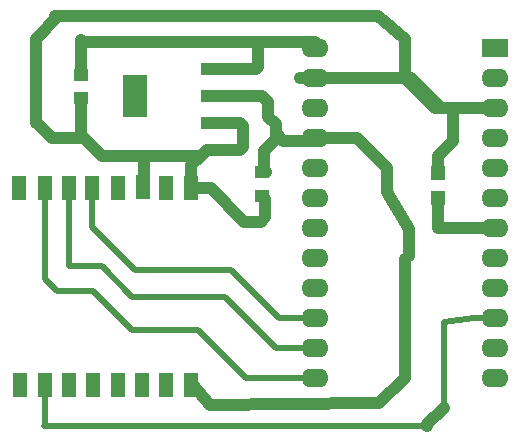
<source format=gbr>
G04 #@! TF.FileFunction,Copper,L1,Top,Signal*
%FSLAX46Y46*%
G04 Gerber Fmt 4.6, Leading zero omitted, Abs format (unit mm)*
G04 Created by KiCad (PCBNEW (after 2015-may-25 BZR unknown)-product) date 6/28/2015 12:11:07 AM*
%MOMM*%
G01*
G04 APERTURE LIST*
%ADD10C,0.100000*%
%ADD11R,1.250000X1.000000*%
%ADD12R,1.198880X1.198880*%
%ADD13R,2.286000X1.574800*%
%ADD14O,2.286000X1.574800*%
%ADD15R,2.032000X3.657600*%
%ADD16R,2.032000X1.016000*%
%ADD17R,1.200000X2.000000*%
%ADD18C,1.000000*%
%ADD19C,0.500000*%
%ADD20C,0.250000*%
G04 APERTURE END LIST*
D10*
D11*
X40132000Y-37608000D03*
X40132000Y-39608000D03*
X55499000Y-45863000D03*
X55499000Y-47863000D03*
D12*
X70358000Y-48039020D03*
X70358000Y-45940980D03*
D13*
X75184000Y-35306000D03*
D14*
X75184000Y-37846000D03*
X75184000Y-40386000D03*
X75184000Y-42926000D03*
X75184000Y-45466000D03*
X75184000Y-48006000D03*
X75184000Y-50546000D03*
X75184000Y-53086000D03*
X75184000Y-55626000D03*
X75184000Y-58166000D03*
X75184000Y-60706000D03*
X75184000Y-63246000D03*
X59944000Y-63246000D03*
X59944000Y-60706000D03*
X59944000Y-58166000D03*
X59944000Y-55626000D03*
X59944000Y-53086000D03*
X59944000Y-50546000D03*
X59944000Y-48006000D03*
X59944000Y-45466000D03*
X59944000Y-42926000D03*
X59944000Y-40386000D03*
X59944000Y-37846000D03*
X59944000Y-35306000D03*
D15*
X44704000Y-39370000D03*
D16*
X51308000Y-39370000D03*
X51308000Y-37084000D03*
X51308000Y-41656000D03*
D17*
X34973260Y-63860680D03*
X37058600Y-63858140D03*
X39110920Y-63845440D03*
X41175940Y-63860680D03*
X43284140Y-63853060D03*
X45344080Y-63853060D03*
X47363380Y-63853060D03*
X49486820Y-63850520D03*
X49494440Y-47172880D03*
X47381160Y-47170340D03*
X45372020Y-47152560D03*
X43263820Y-47172880D03*
X41114980Y-47160180D03*
X39110920Y-47157640D03*
X37106860Y-47165260D03*
X34935160Y-47157640D03*
D18*
X40132000Y-37608000D02*
X40132000Y-34671000D01*
X40259000Y-34798000D02*
X49276000Y-34798000D01*
X40132000Y-34671000D02*
X40259000Y-34798000D01*
X51308000Y-37084000D02*
X54991000Y-37084000D01*
X55118000Y-36957000D02*
X55118000Y-34798000D01*
X54991000Y-37084000D02*
X55118000Y-36957000D01*
D19*
X51308000Y-34798000D02*
X51308000Y-34798000D01*
D20*
X49022000Y-34544000D02*
X49276000Y-34798000D01*
D18*
X49276000Y-34798000D02*
X51308000Y-34798000D01*
D20*
X40132000Y-37608000D02*
X40132000Y-35560000D01*
X59944000Y-34798000D02*
X59944000Y-35306000D01*
D18*
X59182000Y-34798000D02*
X59944000Y-34798000D01*
X51308000Y-34798000D02*
X55118000Y-34798000D01*
X55118000Y-34798000D02*
X59182000Y-34798000D01*
X36322000Y-41656000D02*
X36449000Y-41656000D01*
X36449000Y-41656000D02*
X37719000Y-42926000D01*
X36322000Y-34544000D02*
X38227000Y-32639000D01*
X37973000Y-32766000D02*
X37973000Y-32639000D01*
X38100000Y-32639000D02*
X37973000Y-32766000D01*
X38227000Y-32639000D02*
X38100000Y-32639000D01*
X36322000Y-36576000D02*
X36322000Y-41656000D01*
X71628000Y-40386000D02*
X70104000Y-40386000D01*
X70104000Y-40386000D02*
X67564000Y-37846000D01*
X67564000Y-37846000D02*
X67564000Y-34544000D01*
X67564000Y-34544000D02*
X65278000Y-32639000D01*
X65278000Y-32639000D02*
X37973000Y-32639000D01*
X36322000Y-34544000D02*
X36322000Y-36576000D01*
X37719000Y-42926000D02*
X40386000Y-42926000D01*
X49494440Y-47172880D02*
X51109880Y-47172880D01*
X51109880Y-47172880D02*
X53975000Y-50038000D01*
X53975000Y-50038000D02*
X55372000Y-50038000D01*
X55372000Y-50038000D02*
X55753000Y-49657000D01*
X55753000Y-49657000D02*
X55753000Y-48117000D01*
D19*
X55753000Y-48117000D02*
X55499000Y-47863000D01*
D18*
X58674000Y-37846000D02*
X59944000Y-37846000D01*
X55499000Y-47863000D02*
X55515000Y-47863000D01*
X68072000Y-37846000D02*
X70612000Y-40386000D01*
X70612000Y-40386000D02*
X75184000Y-40386000D01*
X59944000Y-37846000D02*
X68072000Y-37846000D01*
X75184000Y-40386000D02*
X71628000Y-40386000D01*
X70358000Y-44450000D02*
X71628000Y-43180000D01*
X71628000Y-43180000D02*
X71628000Y-40386000D01*
X70358000Y-45940980D02*
X70358000Y-44450000D01*
X53848000Y-41910000D02*
X53594000Y-41656000D01*
X53848000Y-43688000D02*
X53848000Y-41910000D01*
X53594000Y-43942000D02*
X53848000Y-43688000D01*
X50800000Y-43942000D02*
X53594000Y-43942000D01*
X50292000Y-44450000D02*
X50800000Y-43942000D01*
X53594000Y-41656000D02*
X51308000Y-41656000D01*
X49494440Y-45247560D02*
X50292000Y-44450000D01*
X49494440Y-47172880D02*
X49494440Y-45247560D01*
X40132000Y-42672000D02*
X40386000Y-42926000D01*
X40132000Y-39608000D02*
X40132000Y-42672000D01*
X40386000Y-42926000D02*
X41910000Y-44450000D01*
X41910000Y-44450000D02*
X45466000Y-44450000D01*
X45466000Y-44450000D02*
X50292000Y-44450000D01*
X45466000Y-47058580D02*
X45372020Y-47152560D01*
X45466000Y-44450000D02*
X45466000Y-47058580D01*
X64646103Y-65427446D02*
X65382554Y-65427446D01*
X65382554Y-65427446D02*
X67564000Y-63246000D01*
X53467000Y-39370000D02*
X55499000Y-39370000D01*
X51308000Y-39370000D02*
X53467000Y-39370000D01*
X56642000Y-41783000D02*
X56642000Y-42545000D01*
X56007000Y-41148000D02*
X56642000Y-41783000D01*
X56007000Y-39878000D02*
X56007000Y-41148000D01*
X55499000Y-39370000D02*
X56007000Y-39878000D01*
X56642000Y-42545000D02*
X56642000Y-43053000D01*
X56642000Y-43053000D02*
X55626000Y-44069000D01*
X55626000Y-44069000D02*
X55626000Y-45736000D01*
D19*
X55626000Y-45736000D02*
X55499000Y-45863000D01*
D18*
X57277000Y-43180000D02*
X59690000Y-43180000D01*
X56642000Y-42545000D02*
X57277000Y-43180000D01*
D19*
X59690000Y-43180000D02*
X59944000Y-42926000D01*
D20*
X55499000Y-45593000D02*
X55769000Y-45863000D01*
D18*
X55769000Y-45863000D02*
X55499000Y-45863000D01*
X51054000Y-65532000D02*
X64646103Y-65427446D01*
X67564000Y-63246000D02*
X67564000Y-53213000D01*
D19*
X67564000Y-53213000D02*
X67945000Y-52959000D01*
D18*
X67945000Y-52959000D02*
X67945000Y-50673000D01*
X67945000Y-50673000D02*
X66040000Y-47498000D01*
X66040000Y-47498000D02*
X66040000Y-45466000D01*
X66040000Y-45466000D02*
X63500000Y-42926000D01*
X63500000Y-42926000D02*
X59944000Y-42926000D01*
X49626520Y-63850520D02*
X51054000Y-65532000D01*
D20*
X49486820Y-63850520D02*
X49626520Y-63850520D01*
D18*
X70358000Y-48039020D02*
X70358000Y-50546000D01*
X70358000Y-50546000D02*
X75184000Y-50546000D01*
X69469000Y-67310000D02*
X69469000Y-67183000D01*
X69469000Y-67183000D02*
X70866000Y-65786000D01*
D19*
X73406000Y-58166000D02*
X75184000Y-58166000D01*
X70866000Y-58547000D02*
X73406000Y-58166000D01*
X70866000Y-64389000D02*
X70866000Y-58547000D01*
X70866000Y-65786000D02*
X70866000Y-64389000D01*
X37033200Y-67310000D02*
X69469000Y-67310000D01*
X37058600Y-67284600D02*
X37033200Y-67310000D01*
X37058600Y-63858140D02*
X37058600Y-67284600D01*
X58674000Y-63246000D02*
X59944000Y-63246000D01*
X37106860Y-53594000D02*
X37106860Y-53616860D01*
X37106860Y-47165260D02*
X37106860Y-53594000D01*
X37106860Y-54886860D02*
X38100000Y-55880000D01*
X38100000Y-55880000D02*
X41148000Y-55880000D01*
X41148000Y-55880000D02*
X44450000Y-59182000D01*
X44450000Y-59182000D02*
X50038000Y-59182000D01*
X50038000Y-59182000D02*
X54102000Y-63246000D01*
X54102000Y-63246000D02*
X59944000Y-63246000D01*
X37106860Y-53594000D02*
X37106860Y-54886860D01*
D20*
X59436000Y-60198000D02*
X59944000Y-60706000D01*
D19*
X41904920Y-53842920D02*
X44450000Y-56388000D01*
X44450000Y-56388000D02*
X52324000Y-56388000D01*
X52324000Y-56388000D02*
X56642000Y-60706000D01*
X56642000Y-60706000D02*
X59944000Y-60706000D01*
X39110920Y-53334920D02*
X39110920Y-53842920D01*
X39110920Y-47157640D02*
X39110920Y-53334920D01*
X39110920Y-53842920D02*
X41904920Y-53842920D01*
X56896000Y-58166000D02*
X52832000Y-54102000D01*
X52832000Y-54102000D02*
X44704000Y-54102000D01*
X44704000Y-54102000D02*
X41114980Y-50512980D01*
X41114980Y-50512980D02*
X41114980Y-47160180D01*
X59944000Y-58166000D02*
X56896000Y-58166000D01*
M02*

</source>
